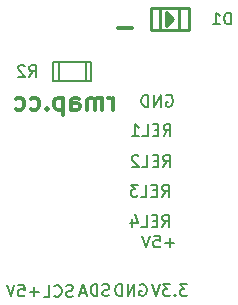
<source format=gbr>
G04 #@! TF.FileFunction,Legend,Bot*
%FSLAX46Y46*%
G04 Gerber Fmt 4.6, Leading zero omitted, Abs format (unit mm)*
G04 Created by KiCad (PCBNEW 0.201509030901+6151~29~ubuntu14.04.1-product) date lun 14 set 2015 23:22:25 CEST*
%MOMM*%
G01*
G04 APERTURE LIST*
%ADD10C,0.100000*%
%ADD11C,0.160000*%
%ADD12C,0.300000*%
%ADD13C,0.254000*%
%ADD14C,0.127000*%
%ADD15C,0.200000*%
G04 APERTURE END LIST*
D10*
D11*
X153042809Y-108389681D02*
X153376143Y-107913490D01*
X153614238Y-108389681D02*
X153614238Y-107389681D01*
X153233285Y-107389681D01*
X153138047Y-107437300D01*
X153090428Y-107484919D01*
X153042809Y-107580157D01*
X153042809Y-107723014D01*
X153090428Y-107818252D01*
X153138047Y-107865871D01*
X153233285Y-107913490D01*
X153614238Y-107913490D01*
X152614238Y-107865871D02*
X152280904Y-107865871D01*
X152138047Y-108389681D02*
X152614238Y-108389681D01*
X152614238Y-107389681D01*
X152138047Y-107389681D01*
X151233285Y-108389681D02*
X151709476Y-108389681D01*
X151709476Y-107389681D01*
X150471380Y-107723014D02*
X150471380Y-108389681D01*
X150709476Y-107342062D02*
X150947571Y-108056348D01*
X150328523Y-108056348D01*
X153017409Y-105836981D02*
X153350743Y-105360790D01*
X153588838Y-105836981D02*
X153588838Y-104836981D01*
X153207885Y-104836981D01*
X153112647Y-104884600D01*
X153065028Y-104932219D01*
X153017409Y-105027457D01*
X153017409Y-105170314D01*
X153065028Y-105265552D01*
X153112647Y-105313171D01*
X153207885Y-105360790D01*
X153588838Y-105360790D01*
X152588838Y-105313171D02*
X152255504Y-105313171D01*
X152112647Y-105836981D02*
X152588838Y-105836981D01*
X152588838Y-104836981D01*
X152112647Y-104836981D01*
X151207885Y-105836981D02*
X151684076Y-105836981D01*
X151684076Y-104836981D01*
X150969790Y-104836981D02*
X150350742Y-104836981D01*
X150684076Y-105217933D01*
X150541218Y-105217933D01*
X150445980Y-105265552D01*
X150398361Y-105313171D01*
X150350742Y-105408410D01*
X150350742Y-105646505D01*
X150398361Y-105741743D01*
X150445980Y-105789362D01*
X150541218Y-105836981D01*
X150826933Y-105836981D01*
X150922171Y-105789362D01*
X150969790Y-105741743D01*
X153106309Y-103322381D02*
X153439643Y-102846190D01*
X153677738Y-103322381D02*
X153677738Y-102322381D01*
X153296785Y-102322381D01*
X153201547Y-102370000D01*
X153153928Y-102417619D01*
X153106309Y-102512857D01*
X153106309Y-102655714D01*
X153153928Y-102750952D01*
X153201547Y-102798571D01*
X153296785Y-102846190D01*
X153677738Y-102846190D01*
X152677738Y-102798571D02*
X152344404Y-102798571D01*
X152201547Y-103322381D02*
X152677738Y-103322381D01*
X152677738Y-102322381D01*
X152201547Y-102322381D01*
X151296785Y-103322381D02*
X151772976Y-103322381D01*
X151772976Y-102322381D01*
X151011071Y-102417619D02*
X150963452Y-102370000D01*
X150868214Y-102322381D01*
X150630118Y-102322381D01*
X150534880Y-102370000D01*
X150487261Y-102417619D01*
X150439642Y-102512857D01*
X150439642Y-102608095D01*
X150487261Y-102750952D01*
X151058690Y-103322381D01*
X150439642Y-103322381D01*
X153131709Y-100706181D02*
X153465043Y-100229990D01*
X153703138Y-100706181D02*
X153703138Y-99706181D01*
X153322185Y-99706181D01*
X153226947Y-99753800D01*
X153179328Y-99801419D01*
X153131709Y-99896657D01*
X153131709Y-100039514D01*
X153179328Y-100134752D01*
X153226947Y-100182371D01*
X153322185Y-100229990D01*
X153703138Y-100229990D01*
X152703138Y-100182371D02*
X152369804Y-100182371D01*
X152226947Y-100706181D02*
X152703138Y-100706181D01*
X152703138Y-99706181D01*
X152226947Y-99706181D01*
X151322185Y-100706181D02*
X151798376Y-100706181D01*
X151798376Y-99706181D01*
X150465042Y-100706181D02*
X151036471Y-100706181D01*
X150750757Y-100706181D02*
X150750757Y-99706181D01*
X150845995Y-99849038D01*
X150941233Y-99944276D01*
X151036471Y-99991895D01*
X153352404Y-97264600D02*
X153447642Y-97216981D01*
X153590499Y-97216981D01*
X153733357Y-97264600D01*
X153828595Y-97359838D01*
X153876214Y-97455076D01*
X153923833Y-97645552D01*
X153923833Y-97788410D01*
X153876214Y-97978886D01*
X153828595Y-98074124D01*
X153733357Y-98169362D01*
X153590499Y-98216981D01*
X153495261Y-98216981D01*
X153352404Y-98169362D01*
X153304785Y-98121743D01*
X153304785Y-97788410D01*
X153495261Y-97788410D01*
X152876214Y-98216981D02*
X152876214Y-97216981D01*
X152304785Y-98216981D01*
X152304785Y-97216981D01*
X151828595Y-98216981D02*
X151828595Y-97216981D01*
X151590500Y-97216981D01*
X151447642Y-97264600D01*
X151352404Y-97359838D01*
X151304785Y-97455076D01*
X151257166Y-97645552D01*
X151257166Y-97788410D01*
X151304785Y-97978886D01*
X151352404Y-98074124D01*
X151447642Y-98169362D01*
X151590500Y-98216981D01*
X151828595Y-98216981D01*
X154028614Y-109761329D02*
X153266709Y-109761329D01*
X153647661Y-110142281D02*
X153647661Y-109380376D01*
X152314328Y-109142281D02*
X152790519Y-109142281D01*
X152838138Y-109618471D01*
X152790519Y-109570852D01*
X152695281Y-109523233D01*
X152457185Y-109523233D01*
X152361947Y-109570852D01*
X152314328Y-109618471D01*
X152266709Y-109713710D01*
X152266709Y-109951805D01*
X152314328Y-110047043D01*
X152361947Y-110094662D01*
X152457185Y-110142281D01*
X152695281Y-110142281D01*
X152790519Y-110094662D01*
X152838138Y-110047043D01*
X151980995Y-109142281D02*
X151647662Y-110142281D01*
X151314328Y-109142281D01*
X155146190Y-113244381D02*
X154527142Y-113244381D01*
X154860476Y-113625333D01*
X154717618Y-113625333D01*
X154622380Y-113672952D01*
X154574761Y-113720571D01*
X154527142Y-113815810D01*
X154527142Y-114053905D01*
X154574761Y-114149143D01*
X154622380Y-114196762D01*
X154717618Y-114244381D01*
X155003333Y-114244381D01*
X155098571Y-114196762D01*
X155146190Y-114149143D01*
X154098571Y-114149143D02*
X154050952Y-114196762D01*
X154098571Y-114244381D01*
X154146190Y-114196762D01*
X154098571Y-114149143D01*
X154098571Y-114244381D01*
X153717619Y-113244381D02*
X153098571Y-113244381D01*
X153431905Y-113625333D01*
X153289047Y-113625333D01*
X153193809Y-113672952D01*
X153146190Y-113720571D01*
X153098571Y-113815810D01*
X153098571Y-114053905D01*
X153146190Y-114149143D01*
X153193809Y-114196762D01*
X153289047Y-114244381D01*
X153574762Y-114244381D01*
X153670000Y-114196762D01*
X153717619Y-114149143D01*
X152812857Y-113244381D02*
X152479524Y-114244381D01*
X152146190Y-113244381D01*
X151129904Y-113292000D02*
X151225142Y-113244381D01*
X151367999Y-113244381D01*
X151510857Y-113292000D01*
X151606095Y-113387238D01*
X151653714Y-113482476D01*
X151701333Y-113672952D01*
X151701333Y-113815810D01*
X151653714Y-114006286D01*
X151606095Y-114101524D01*
X151510857Y-114196762D01*
X151367999Y-114244381D01*
X151272761Y-114244381D01*
X151129904Y-114196762D01*
X151082285Y-114149143D01*
X151082285Y-113815810D01*
X151272761Y-113815810D01*
X150653714Y-114244381D02*
X150653714Y-113244381D01*
X150082285Y-114244381D01*
X150082285Y-113244381D01*
X149606095Y-114244381D02*
X149606095Y-113244381D01*
X149368000Y-113244381D01*
X149225142Y-113292000D01*
X149129904Y-113387238D01*
X149082285Y-113482476D01*
X149034666Y-113672952D01*
X149034666Y-113815810D01*
X149082285Y-114006286D01*
X149129904Y-114101524D01*
X149225142Y-114196762D01*
X149368000Y-114244381D01*
X149606095Y-114244381D01*
X148521586Y-114209462D02*
X148378729Y-114257081D01*
X148140633Y-114257081D01*
X148045395Y-114209462D01*
X147997776Y-114161843D01*
X147950157Y-114066605D01*
X147950157Y-113971367D01*
X147997776Y-113876129D01*
X148045395Y-113828510D01*
X148140633Y-113780890D01*
X148331110Y-113733271D01*
X148426348Y-113685652D01*
X148473967Y-113638033D01*
X148521586Y-113542795D01*
X148521586Y-113447557D01*
X148473967Y-113352319D01*
X148426348Y-113304700D01*
X148331110Y-113257081D01*
X148093014Y-113257081D01*
X147950157Y-113304700D01*
X147521586Y-114257081D02*
X147521586Y-113257081D01*
X147283491Y-113257081D01*
X147140633Y-113304700D01*
X147045395Y-113399938D01*
X146997776Y-113495176D01*
X146950157Y-113685652D01*
X146950157Y-113828510D01*
X146997776Y-114018986D01*
X147045395Y-114114224D01*
X147140633Y-114209462D01*
X147283491Y-114257081D01*
X147521586Y-114257081D01*
X146569205Y-113971367D02*
X146093014Y-113971367D01*
X146664443Y-114257081D02*
X146331110Y-113257081D01*
X145997776Y-114257081D01*
X142560514Y-113901529D02*
X141798609Y-113901529D01*
X142179561Y-114282481D02*
X142179561Y-113520576D01*
X140846228Y-113282481D02*
X141322419Y-113282481D01*
X141370038Y-113758671D01*
X141322419Y-113711052D01*
X141227181Y-113663433D01*
X140989085Y-113663433D01*
X140893847Y-113711052D01*
X140846228Y-113758671D01*
X140798609Y-113853910D01*
X140798609Y-114092005D01*
X140846228Y-114187243D01*
X140893847Y-114234862D01*
X140989085Y-114282481D01*
X141227181Y-114282481D01*
X141322419Y-114234862D01*
X141370038Y-114187243D01*
X140512895Y-113282481D02*
X140179562Y-114282481D01*
X139846228Y-113282481D01*
X145449776Y-114272962D02*
X145306919Y-114320581D01*
X145068823Y-114320581D01*
X144973585Y-114272962D01*
X144925966Y-114225343D01*
X144878347Y-114130105D01*
X144878347Y-114034867D01*
X144925966Y-113939629D01*
X144973585Y-113892010D01*
X145068823Y-113844390D01*
X145259300Y-113796771D01*
X145354538Y-113749152D01*
X145402157Y-113701533D01*
X145449776Y-113606295D01*
X145449776Y-113511057D01*
X145402157Y-113415819D01*
X145354538Y-113368200D01*
X145259300Y-113320581D01*
X145021204Y-113320581D01*
X144878347Y-113368200D01*
X143878347Y-114225343D02*
X143925966Y-114272962D01*
X144068823Y-114320581D01*
X144164061Y-114320581D01*
X144306919Y-114272962D01*
X144402157Y-114177724D01*
X144449776Y-114082486D01*
X144497395Y-113892010D01*
X144497395Y-113749152D01*
X144449776Y-113558676D01*
X144402157Y-113463438D01*
X144306919Y-113368200D01*
X144164061Y-113320581D01*
X144068823Y-113320581D01*
X143925966Y-113368200D01*
X143878347Y-113415819D01*
X142973585Y-114320581D02*
X143449776Y-114320581D01*
X143449776Y-113320581D01*
D12*
X149288572Y-91547143D02*
X150431429Y-91547143D01*
X148887142Y-98468571D02*
X148887142Y-97468571D01*
X148887142Y-97754286D02*
X148815714Y-97611429D01*
X148744285Y-97540000D01*
X148601428Y-97468571D01*
X148458571Y-97468571D01*
X147958571Y-98468571D02*
X147958571Y-97468571D01*
X147958571Y-97611429D02*
X147887143Y-97540000D01*
X147744285Y-97468571D01*
X147530000Y-97468571D01*
X147387143Y-97540000D01*
X147315714Y-97682857D01*
X147315714Y-98468571D01*
X147315714Y-97682857D02*
X147244285Y-97540000D01*
X147101428Y-97468571D01*
X146887143Y-97468571D01*
X146744285Y-97540000D01*
X146672857Y-97682857D01*
X146672857Y-98468571D01*
X145315714Y-98468571D02*
X145315714Y-97682857D01*
X145387143Y-97540000D01*
X145530000Y-97468571D01*
X145815714Y-97468571D01*
X145958571Y-97540000D01*
X145315714Y-98397143D02*
X145458571Y-98468571D01*
X145815714Y-98468571D01*
X145958571Y-98397143D01*
X146030000Y-98254286D01*
X146030000Y-98111429D01*
X145958571Y-97968571D01*
X145815714Y-97897143D01*
X145458571Y-97897143D01*
X145315714Y-97825714D01*
X144601428Y-97468571D02*
X144601428Y-98968571D01*
X144601428Y-97540000D02*
X144458571Y-97468571D01*
X144172857Y-97468571D01*
X144030000Y-97540000D01*
X143958571Y-97611429D01*
X143887142Y-97754286D01*
X143887142Y-98182857D01*
X143958571Y-98325714D01*
X144030000Y-98397143D01*
X144172857Y-98468571D01*
X144458571Y-98468571D01*
X144601428Y-98397143D01*
X143244285Y-98325714D02*
X143172857Y-98397143D01*
X143244285Y-98468571D01*
X143315714Y-98397143D01*
X143244285Y-98325714D01*
X143244285Y-98468571D01*
X141887142Y-98397143D02*
X142029999Y-98468571D01*
X142315713Y-98468571D01*
X142458571Y-98397143D01*
X142529999Y-98325714D01*
X142601428Y-98182857D01*
X142601428Y-97754286D01*
X142529999Y-97611429D01*
X142458571Y-97540000D01*
X142315713Y-97468571D01*
X142029999Y-97468571D01*
X141887142Y-97540000D01*
X140601428Y-98397143D02*
X140744285Y-98468571D01*
X141029999Y-98468571D01*
X141172857Y-98397143D01*
X141244285Y-98325714D01*
X141315714Y-98182857D01*
X141315714Y-97754286D01*
X141244285Y-97611429D01*
X141172857Y-97540000D01*
X141029999Y-97468571D01*
X140744285Y-97468571D01*
X140601428Y-97540000D01*
D13*
X153670000Y-91005660D02*
X153670000Y-90705940D01*
X153570940Y-90505280D02*
X153570940Y-91104720D01*
X153370280Y-91404440D02*
X153370280Y-90205560D01*
X153370280Y-90205560D02*
X153969720Y-90805000D01*
X153969720Y-90805000D02*
X153370280Y-91404440D01*
X154470100Y-89905840D02*
X154470100Y-91704160D01*
X152869900Y-91704160D02*
X152869900Y-89905840D01*
X152069800Y-91704160D02*
X155270200Y-91704160D01*
X155270200Y-91704160D02*
X155270200Y-89905840D01*
X155270200Y-89905840D02*
X152069800Y-89905840D01*
X152069800Y-89905840D02*
X152069800Y-91704160D01*
D14*
X146558000Y-94437200D02*
X146558000Y-96062800D01*
X144272000Y-96062800D02*
X144272000Y-94437200D01*
X143814800Y-96062800D02*
X143814800Y-94437200D01*
X143814800Y-94437200D02*
X147015200Y-94437200D01*
X147015200Y-94437200D02*
X147015200Y-96062800D01*
X147015200Y-96062800D02*
X143814800Y-96062800D01*
D15*
X158853095Y-91257381D02*
X158853095Y-90257381D01*
X158615000Y-90257381D01*
X158472142Y-90305000D01*
X158376904Y-90400238D01*
X158329285Y-90495476D01*
X158281666Y-90685952D01*
X158281666Y-90828810D01*
X158329285Y-91019286D01*
X158376904Y-91114524D01*
X158472142Y-91209762D01*
X158615000Y-91257381D01*
X158853095Y-91257381D01*
X157329285Y-91257381D02*
X157900714Y-91257381D01*
X157615000Y-91257381D02*
X157615000Y-90257381D01*
X157710238Y-90400238D01*
X157805476Y-90495476D01*
X157900714Y-90543095D01*
X141771666Y-95702381D02*
X142105000Y-95226190D01*
X142343095Y-95702381D02*
X142343095Y-94702381D01*
X141962142Y-94702381D01*
X141866904Y-94750000D01*
X141819285Y-94797619D01*
X141771666Y-94892857D01*
X141771666Y-95035714D01*
X141819285Y-95130952D01*
X141866904Y-95178571D01*
X141962142Y-95226190D01*
X142343095Y-95226190D01*
X141390714Y-94797619D02*
X141343095Y-94750000D01*
X141247857Y-94702381D01*
X141009761Y-94702381D01*
X140914523Y-94750000D01*
X140866904Y-94797619D01*
X140819285Y-94892857D01*
X140819285Y-94988095D01*
X140866904Y-95130952D01*
X141438333Y-95702381D01*
X140819285Y-95702381D01*
M02*

</source>
